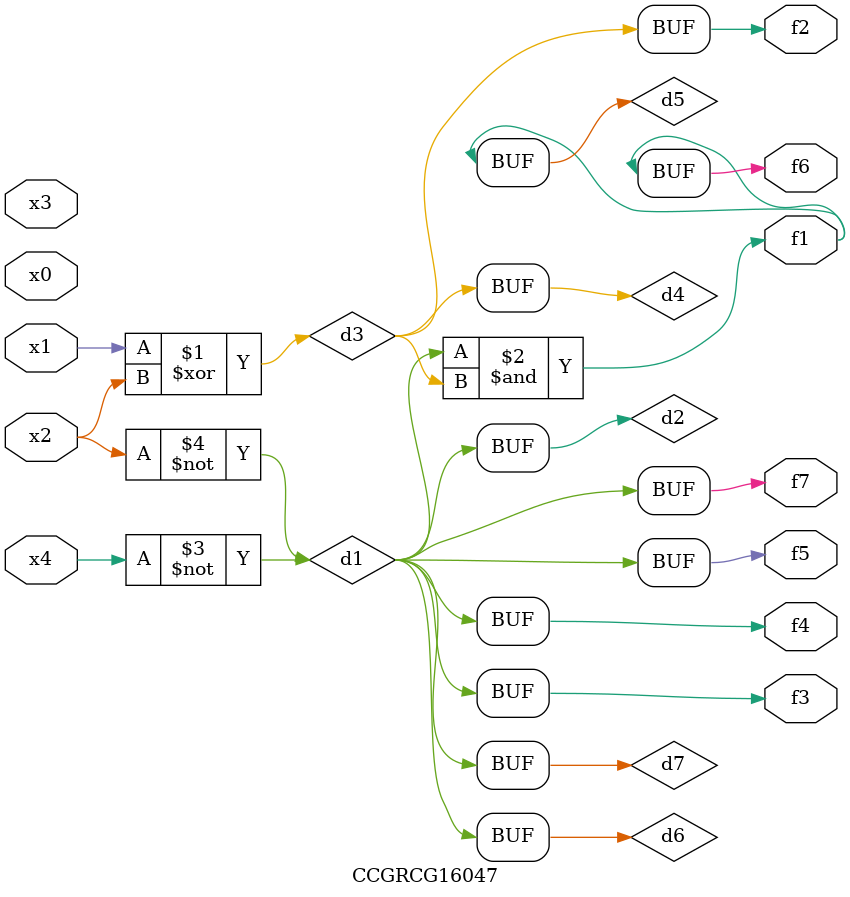
<source format=v>
module CCGRCG16047(
	input x0, x1, x2, x3, x4,
	output f1, f2, f3, f4, f5, f6, f7
);

	wire d1, d2, d3, d4, d5, d6, d7;

	not (d1, x4);
	not (d2, x2);
	xor (d3, x1, x2);
	buf (d4, d3);
	and (d5, d1, d3);
	buf (d6, d1, d2);
	buf (d7, d2);
	assign f1 = d5;
	assign f2 = d4;
	assign f3 = d7;
	assign f4 = d7;
	assign f5 = d7;
	assign f6 = d5;
	assign f7 = d7;
endmodule

</source>
